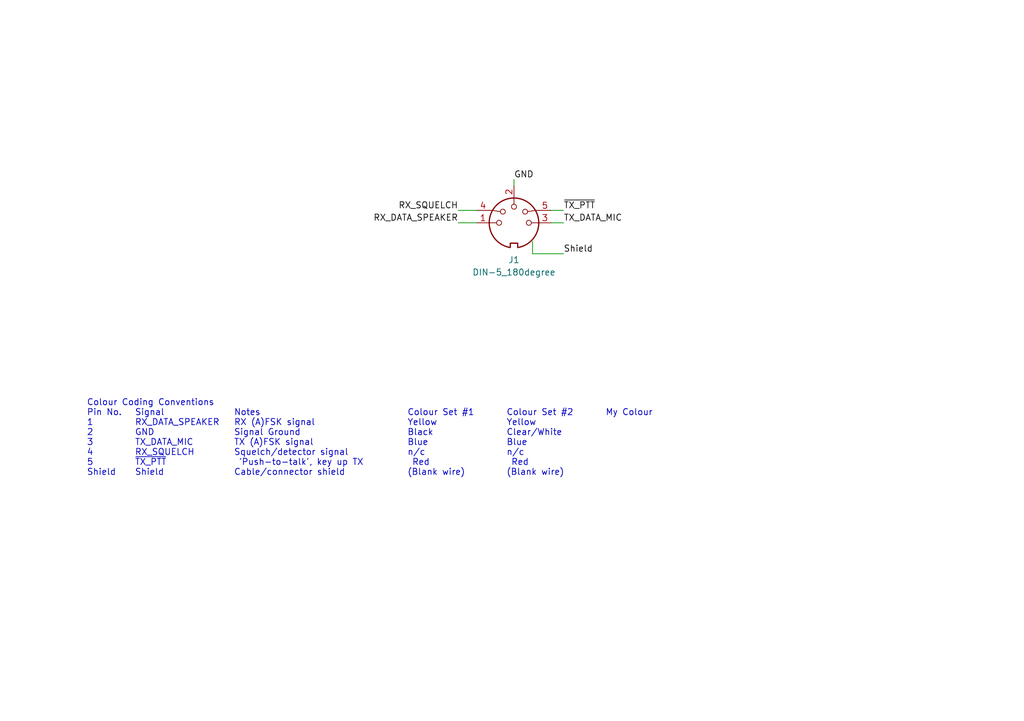
<source format=kicad_sch>
(kicad_sch (version 20211123) (generator eeschema)
  (paper "A5")
  (title_block (title "DL5BCT DIN Standard Pinout") (date "2023-02-11") (rev "V1.0.1") (company "Peter Cornelius DL5BCT / peter cornelius consulting") (comment 1 "The connector at the radio side (mike 'plug') per default is female.") (comment 2 "Radio acts as 'amplifier', computer acts as 'recorder'.") (comment 3 "Derived from the DIN 41524 standard audio pinout:") (comment 4 "Standard DIN connector pinout by DL5BCT"))
  (lib_symbols
    (symbol "Connector:DIN-5_180degree" (pin_names (offset 1.016))
      (property "Reference" "J" (at 3.175 5.715 0))
      (property "Value" "DIN-5_180degree" (at 0 -6.35 0))
      (symbol "DIN-5_180degree_0_1"
        (arc (start -5.08 0) (mid -3.8609 -3.3364) (end -0.762 -5.08) (stroke (width 0.254)))
        (circle (center -3.048 0) (radius 0.508))
        (circle (center -2.286 2.286) (radius 0.508))
        (polyline (pts (xy -5.08 0) (xy -3.556 0)))
        (polyline (pts (xy 0 5.08) (xy 0 3.81)))
        (polyline (pts (xy 5.08 0) (xy 3.556 0)))
        (polyline (pts (xy -5.08 2.54) (xy -4.318 2.54) (xy -2.794 2.286)))
        (polyline (pts (xy 5.08 2.54) (xy 4.318 2.54) (xy 2.794 2.286)))
        (polyline (pts (xy -0.762 -4.953) (xy -0.762 -4.191) (xy 0.762 -4.191) (xy 0.762 -4.953)) (stroke (width 0.254)))
        (circle (center 0 3.302) (radius 0.508))
        (arc (start 0.762 -5.08) (mid 3.8685 -3.343) (end 5.08 0) (stroke (width 0.254)))
        (circle (center 2.286 2.286) (radius 0.508))
        (circle (center 3.048 0) (radius 0.508))
        (arc (start 5.08 0) (mid 0 5.08) (end -5.08 0) (stroke (width 0.254)))
      )
      (symbol "DIN-5_180degree_1_1"
        (pin passive line (at -7.62 0 0) (length 2.54) (name "~") (number "1"))
        (pin passive line (at 0 7.62 270) (length 2.54) (name "~") (number "2"))
        (pin passive line (at 7.62 0 180) (length 2.54) (name "~") (number "3"))
        (pin passive line (at -7.62 2.54 0) (length 2.54) (name "~") (number "4"))
        (pin passive line (at 7.62 2.54 180) (length 2.54) (name "~") (number "5"))
      )
    )
  )
  (wire (pts (xy 105.41 36.83) (xy 105.41 38.1)))
  (wire (pts (xy 113.03 45.72) (xy 115.57 45.72)))
  (wire (pts (xy 109.22 52.07) (xy 115.57 52.07)))
  (wire (pts (xy 93.98 45.72) (xy 97.79 45.72)))
  (wire (pts (xy 93.98 43.18) (xy 97.79 43.18)))
  (wire (pts (xy 113.03 43.18) (xy 115.57 43.18)))
  (wire (pts (xy 109.22 49.53) (xy 109.22 52.07)))
  (text "Colour Coding Conventions\nPin No.	Signal			Notes						Colour Set #1	Colour Set #2	My Colour\n1		RX_DATA_SPEAKER	RX (A)FSK signal			Yellow			Yellow\n2		GND				Signal Ground				Black			Clear/White\n3		TX_DATA_MIC		TX (A)FSK signal			Blue			Blue\n4		RX_SQUELCH		Squelch/detector signal		n/c				n/c\n5		~{TX_PTT}			'Push-to-talk', key up TX	Red				Red\nShield	Shield			Cable/connector shield		(Blank wire)	(Blank wire)" (at 17.78 97.79 0) (effects (font (size 1.27 1.27)) (justify left bottom)))
  (label "RX_DATA_SPEAKER" (at 93.98 45.72 180))
  (label "RX_SQUELCH" (at 93.98 43.18 180))
  (label "TX_DATA_MIC" (at 115.57 45.72 0))
  (label "GND" (at 105.41 36.83 0))
  (label "~{TX_PTT}" (at 115.57 43.18 0))
  (label "Shield" (at 115.57 52.07 0))
  (symbol (lib_id "Connector:DIN-5_180degree") (at 105.41 45.72 0) (unit 1)
    (property "Reference" "J1" (at 105.4101 53.34 0))
    (property "Value" "DIN-5_180degree" (at 105.4101 55.88 0))
    (property "Datasheet" "http://www.mouser.com/ds/2/18/40_c091_abd_e-75918.pdf" (effects hide))
  )
)
</source>
